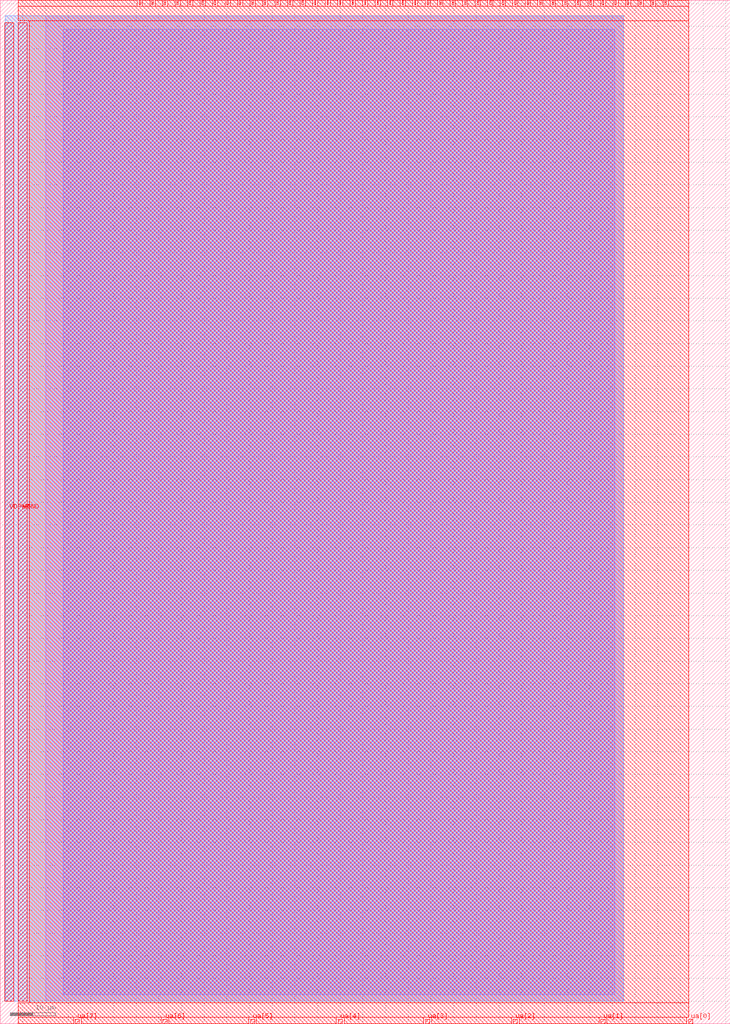
<source format=lef>
VERSION 5.7 ;
  NOWIREEXTENSIONATPIN ON ;
  DIVIDERCHAR "/" ;
  BUSBITCHARS "[]" ;
MACRO tt_um_analog_jesu95_opamp
  CLASS BLOCK ;
  FOREIGN tt_um_analog_jesu95_opamp ;
  ORIGIN 0.000 0.000 ;
  SIZE 161.000 BY 225.760 ;
  PIN clk
    DIRECTION INPUT ;
    USE SIGNAL ;
    ANTENNADIFFAREA 407.755798 ;
    PORT
      LAYER met4 ;
        RECT 143.830 224.760 144.130 225.760 ;
    END
  END clk
  PIN ena
    DIRECTION INPUT ;
    USE SIGNAL ;
    ANTENNADIFFAREA 407.755798 ;
    PORT
      LAYER met4 ;
        RECT 146.590 224.760 146.890 225.760 ;
    END
  END ena
  PIN rst_n
    DIRECTION INPUT ;
    USE SIGNAL ;
    ANTENNADIFFAREA 407.755798 ;
    PORT
      LAYER met4 ;
        RECT 141.070 224.760 141.370 225.760 ;
    END
  END rst_n
  PIN ua[0]
    DIRECTION INOUT ;
    USE SIGNAL ;
    ANTENNADIFFAREA 240.989990 ;
    PORT
      LAYER met4 ;
        RECT 151.810 0.000 152.710 1.000 ;
    END
  END ua[0]
  PIN ua[1]
    DIRECTION INOUT ;
    USE SIGNAL ;
    ANTENNAGATEAREA 1440.000000 ;
    PORT
      LAYER met4 ;
        RECT 132.490 0.000 133.390 1.000 ;
    END
  END ua[1]
  PIN ua[2]
    DIRECTION INOUT ;
    USE SIGNAL ;
    ANTENNAGATEAREA 1440.000000 ;
    PORT
      LAYER met4 ;
        RECT 113.170 0.000 114.070 1.000 ;
    END
  END ua[2]
  PIN ua[3]
    DIRECTION INOUT ;
    USE SIGNAL ;
    ANTENNAGATEAREA 340.199982 ;
    ANTENNADIFFAREA 10.440000 ;
    PORT
      LAYER met4 ;
        RECT 93.850 0.000 94.750 1.000 ;
    END
  END ua[3]
  PIN ua[4]
    DIRECTION INOUT ;
    USE SIGNAL ;
    PORT
      LAYER met4 ;
        RECT 74.530 0.000 75.430 1.000 ;
    END
  END ua[4]
  PIN ua[5]
    DIRECTION INOUT ;
    USE SIGNAL ;
    PORT
      LAYER met4 ;
        RECT 55.210 0.000 56.110 1.000 ;
    END
  END ua[5]
  PIN ua[6]
    DIRECTION INOUT ;
    USE SIGNAL ;
    PORT
      LAYER met4 ;
        RECT 35.890 0.000 36.790 1.000 ;
    END
  END ua[6]
  PIN ua[7]
    DIRECTION INOUT ;
    USE SIGNAL ;
    PORT
      LAYER met4 ;
        RECT 16.570 0.000 17.470 1.000 ;
    END
  END ua[7]
  PIN ui_in[0]
    DIRECTION INPUT ;
    USE SIGNAL ;
    ANTENNADIFFAREA 407.755798 ;
    PORT
      LAYER met4 ;
        RECT 138.310 224.760 138.610 225.760 ;
    END
  END ui_in[0]
  PIN ui_in[1]
    DIRECTION INPUT ;
    USE SIGNAL ;
    ANTENNADIFFAREA 407.755798 ;
    PORT
      LAYER met4 ;
        RECT 135.550 224.760 135.850 225.760 ;
    END
  END ui_in[1]
  PIN ui_in[2]
    DIRECTION INPUT ;
    USE SIGNAL ;
    ANTENNADIFFAREA 407.755798 ;
    PORT
      LAYER met4 ;
        RECT 132.790 224.760 133.090 225.760 ;
    END
  END ui_in[2]
  PIN ui_in[3]
    DIRECTION INPUT ;
    USE SIGNAL ;
    ANTENNADIFFAREA 407.755798 ;
    PORT
      LAYER met4 ;
        RECT 130.030 224.760 130.330 225.760 ;
    END
  END ui_in[3]
  PIN ui_in[4]
    DIRECTION INPUT ;
    USE SIGNAL ;
    ANTENNADIFFAREA 407.755798 ;
    PORT
      LAYER met4 ;
        RECT 127.270 224.760 127.570 225.760 ;
    END
  END ui_in[4]
  PIN ui_in[5]
    DIRECTION INPUT ;
    USE SIGNAL ;
    ANTENNADIFFAREA 407.755798 ;
    PORT
      LAYER met4 ;
        RECT 124.510 224.760 124.810 225.760 ;
    END
  END ui_in[5]
  PIN ui_in[6]
    DIRECTION INPUT ;
    USE SIGNAL ;
    ANTENNADIFFAREA 407.755798 ;
    PORT
      LAYER met4 ;
        RECT 121.750 224.760 122.050 225.760 ;
    END
  END ui_in[6]
  PIN ui_in[7]
    DIRECTION INPUT ;
    USE SIGNAL ;
    ANTENNADIFFAREA 407.755798 ;
    PORT
      LAYER met4 ;
        RECT 118.990 224.760 119.290 225.760 ;
    END
  END ui_in[7]
  PIN uio_in[0]
    DIRECTION INPUT ;
    USE SIGNAL ;
    ANTENNADIFFAREA 407.755798 ;
    PORT
      LAYER met4 ;
        RECT 116.230 224.760 116.530 225.760 ;
    END
  END uio_in[0]
  PIN uio_in[1]
    DIRECTION INPUT ;
    USE SIGNAL ;
    ANTENNADIFFAREA 407.755798 ;
    PORT
      LAYER met4 ;
        RECT 113.470 224.760 113.770 225.760 ;
    END
  END uio_in[1]
  PIN uio_in[2]
    DIRECTION INPUT ;
    USE SIGNAL ;
    ANTENNADIFFAREA 407.755798 ;
    PORT
      LAYER met4 ;
        RECT 110.710 224.760 111.010 225.760 ;
    END
  END uio_in[2]
  PIN uio_in[3]
    DIRECTION INPUT ;
    USE SIGNAL ;
    ANTENNADIFFAREA 407.755798 ;
    PORT
      LAYER met4 ;
        RECT 107.950 224.760 108.250 225.760 ;
    END
  END uio_in[3]
  PIN uio_in[4]
    DIRECTION INPUT ;
    USE SIGNAL ;
    ANTENNADIFFAREA 407.755798 ;
    PORT
      LAYER met4 ;
        RECT 105.190 224.760 105.490 225.760 ;
    END
  END uio_in[4]
  PIN uio_in[5]
    DIRECTION INPUT ;
    USE SIGNAL ;
    ANTENNADIFFAREA 407.755798 ;
    PORT
      LAYER met4 ;
        RECT 102.430 224.760 102.730 225.760 ;
    END
  END uio_in[5]
  PIN uio_in[6]
    DIRECTION INPUT ;
    USE SIGNAL ;
    ANTENNADIFFAREA 407.755798 ;
    PORT
      LAYER met4 ;
        RECT 99.670 224.760 99.970 225.760 ;
    END
  END uio_in[6]
  PIN uio_in[7]
    DIRECTION INPUT ;
    USE SIGNAL ;
    ANTENNADIFFAREA 407.755798 ;
    PORT
      LAYER met4 ;
        RECT 96.910 224.760 97.210 225.760 ;
    END
  END uio_in[7]
  PIN uio_oe[0]
    DIRECTION OUTPUT TRISTATE ;
    USE SIGNAL ;
    ANTENNADIFFAREA 407.755798 ;
    PORT
      LAYER met4 ;
        RECT 49.990 224.760 50.290 225.760 ;
    END
  END uio_oe[0]
  PIN uio_oe[1]
    DIRECTION OUTPUT TRISTATE ;
    USE SIGNAL ;
    ANTENNADIFFAREA 407.755798 ;
    PORT
      LAYER met4 ;
        RECT 47.230 224.760 47.530 225.760 ;
    END
  END uio_oe[1]
  PIN uio_oe[2]
    DIRECTION OUTPUT TRISTATE ;
    USE SIGNAL ;
    ANTENNADIFFAREA 407.755798 ;
    PORT
      LAYER met4 ;
        RECT 44.470 224.760 44.770 225.760 ;
    END
  END uio_oe[2]
  PIN uio_oe[3]
    DIRECTION OUTPUT TRISTATE ;
    USE SIGNAL ;
    ANTENNADIFFAREA 407.755798 ;
    PORT
      LAYER met4 ;
        RECT 41.710 224.760 42.010 225.760 ;
    END
  END uio_oe[3]
  PIN uio_oe[4]
    DIRECTION OUTPUT TRISTATE ;
    USE SIGNAL ;
    ANTENNADIFFAREA 407.755798 ;
    PORT
      LAYER met4 ;
        RECT 38.950 224.760 39.250 225.760 ;
    END
  END uio_oe[4]
  PIN uio_oe[5]
    DIRECTION OUTPUT TRISTATE ;
    USE SIGNAL ;
    ANTENNADIFFAREA 407.755798 ;
    PORT
      LAYER met4 ;
        RECT 36.190 224.760 36.490 225.760 ;
    END
  END uio_oe[5]
  PIN uio_oe[6]
    DIRECTION OUTPUT TRISTATE ;
    USE SIGNAL ;
    ANTENNADIFFAREA 407.755798 ;
    PORT
      LAYER met4 ;
        RECT 33.430 224.760 33.730 225.760 ;
    END
  END uio_oe[6]
  PIN uio_oe[7]
    DIRECTION OUTPUT TRISTATE ;
    USE SIGNAL ;
    ANTENNADIFFAREA 407.755798 ;
    PORT
      LAYER met4 ;
        RECT 30.670 224.760 30.970 225.760 ;
    END
  END uio_oe[7]
  PIN uio_out[0]
    DIRECTION OUTPUT TRISTATE ;
    USE SIGNAL ;
    ANTENNADIFFAREA 407.755798 ;
    PORT
      LAYER met4 ;
        RECT 72.070 224.760 72.370 225.760 ;
    END
  END uio_out[0]
  PIN uio_out[1]
    DIRECTION OUTPUT TRISTATE ;
    USE SIGNAL ;
    ANTENNADIFFAREA 407.755798 ;
    PORT
      LAYER met4 ;
        RECT 69.310 224.760 69.610 225.760 ;
    END
  END uio_out[1]
  PIN uio_out[2]
    DIRECTION OUTPUT TRISTATE ;
    USE SIGNAL ;
    ANTENNADIFFAREA 407.755798 ;
    PORT
      LAYER met4 ;
        RECT 66.550 224.760 66.850 225.760 ;
    END
  END uio_out[2]
  PIN uio_out[3]
    DIRECTION OUTPUT TRISTATE ;
    USE SIGNAL ;
    ANTENNADIFFAREA 407.755798 ;
    PORT
      LAYER met4 ;
        RECT 63.790 224.760 64.090 225.760 ;
    END
  END uio_out[3]
  PIN uio_out[4]
    DIRECTION OUTPUT TRISTATE ;
    USE SIGNAL ;
    ANTENNADIFFAREA 407.755798 ;
    PORT
      LAYER met4 ;
        RECT 61.030 224.760 61.330 225.760 ;
    END
  END uio_out[4]
  PIN uio_out[5]
    DIRECTION OUTPUT TRISTATE ;
    USE SIGNAL ;
    ANTENNADIFFAREA 407.755798 ;
    PORT
      LAYER met4 ;
        RECT 58.270 224.760 58.570 225.760 ;
    END
  END uio_out[5]
  PIN uio_out[6]
    DIRECTION OUTPUT TRISTATE ;
    USE SIGNAL ;
    ANTENNADIFFAREA 407.755798 ;
    PORT
      LAYER met4 ;
        RECT 55.510 224.760 55.810 225.760 ;
    END
  END uio_out[6]
  PIN uio_out[7]
    DIRECTION OUTPUT TRISTATE ;
    USE SIGNAL ;
    ANTENNADIFFAREA 407.755798 ;
    PORT
      LAYER met4 ;
        RECT 52.750 224.760 53.050 225.760 ;
    END
  END uio_out[7]
  PIN uo_out[0]
    DIRECTION OUTPUT TRISTATE ;
    USE SIGNAL ;
    ANTENNADIFFAREA 407.755798 ;
    PORT
      LAYER met4 ;
        RECT 94.150 224.760 94.450 225.760 ;
    END
  END uo_out[0]
  PIN uo_out[1]
    DIRECTION OUTPUT TRISTATE ;
    USE SIGNAL ;
    ANTENNADIFFAREA 407.755798 ;
    PORT
      LAYER met4 ;
        RECT 91.390 224.760 91.690 225.760 ;
    END
  END uo_out[1]
  PIN uo_out[2]
    DIRECTION OUTPUT TRISTATE ;
    USE SIGNAL ;
    ANTENNADIFFAREA 407.755798 ;
    PORT
      LAYER met4 ;
        RECT 88.630 224.760 88.930 225.760 ;
    END
  END uo_out[2]
  PIN uo_out[3]
    DIRECTION OUTPUT TRISTATE ;
    USE SIGNAL ;
    ANTENNADIFFAREA 407.755798 ;
    PORT
      LAYER met4 ;
        RECT 85.870 224.760 86.170 225.760 ;
    END
  END uo_out[3]
  PIN uo_out[4]
    DIRECTION OUTPUT TRISTATE ;
    USE SIGNAL ;
    ANTENNADIFFAREA 407.755798 ;
    PORT
      LAYER met4 ;
        RECT 83.110 224.760 83.410 225.760 ;
    END
  END uo_out[4]
  PIN uo_out[5]
    DIRECTION OUTPUT TRISTATE ;
    USE SIGNAL ;
    ANTENNADIFFAREA 407.755798 ;
    PORT
      LAYER met4 ;
        RECT 80.350 224.760 80.650 225.760 ;
    END
  END uo_out[5]
  PIN uo_out[6]
    DIRECTION OUTPUT TRISTATE ;
    USE SIGNAL ;
    ANTENNADIFFAREA 407.755798 ;
    PORT
      LAYER met4 ;
        RECT 77.590 224.760 77.890 225.760 ;
    END
  END uo_out[6]
  PIN uo_out[7]
    DIRECTION OUTPUT TRISTATE ;
    USE SIGNAL ;
    ANTENNADIFFAREA 407.755798 ;
    PORT
      LAYER met4 ;
        RECT 74.830 224.760 75.130 225.760 ;
    END
  END uo_out[7]
  PIN VDPWR
    DIRECTION INOUT ;
    USE POWER ;
    PORT
      LAYER met4 ;
        RECT 1.000 5.000 3.000 220.760 ;
    END
  END VDPWR
  PIN VGND
    DIRECTION INOUT ;
    USE GROUND ;
    PORT
      LAYER met4 ;
        RECT 4.000 5.000 6.000 220.760 ;
    END
  END VGND
  OBS
      LAYER li1 ;
        RECT 9.980 5.000 137.460 222.270 ;
      LAYER met1 ;
        RECT 13.870 6.400 135.490 219.330 ;
      LAYER met2 ;
        RECT 1.100 5.000 137.460 222.270 ;
      LAYER met3 ;
        RECT 1.050 4.990 137.490 222.270 ;
      LAYER met4 ;
        RECT 4.000 224.360 30.270 225.760 ;
        RECT 31.370 224.360 33.030 225.760 ;
        RECT 34.130 224.360 35.790 225.760 ;
        RECT 36.890 224.360 38.550 225.760 ;
        RECT 39.650 224.360 41.310 225.760 ;
        RECT 42.410 224.360 44.070 225.760 ;
        RECT 45.170 224.360 46.830 225.760 ;
        RECT 47.930 224.360 49.590 225.760 ;
        RECT 50.690 224.360 52.350 225.760 ;
        RECT 53.450 224.360 55.110 225.760 ;
        RECT 56.210 224.360 57.870 225.760 ;
        RECT 58.970 224.360 60.630 225.760 ;
        RECT 61.730 224.360 63.390 225.760 ;
        RECT 64.490 224.360 66.150 225.760 ;
        RECT 67.250 224.360 68.910 225.760 ;
        RECT 70.010 224.360 71.670 225.760 ;
        RECT 72.770 224.360 74.430 225.760 ;
        RECT 75.530 224.360 77.190 225.760 ;
        RECT 78.290 224.360 79.950 225.760 ;
        RECT 81.050 224.360 82.710 225.760 ;
        RECT 83.810 224.360 85.470 225.760 ;
        RECT 86.570 224.360 88.230 225.760 ;
        RECT 89.330 224.360 90.990 225.760 ;
        RECT 92.090 224.360 93.750 225.760 ;
        RECT 94.850 224.360 96.510 225.760 ;
        RECT 97.610 224.360 99.270 225.760 ;
        RECT 100.370 224.360 102.030 225.760 ;
        RECT 103.130 224.360 104.790 225.760 ;
        RECT 105.890 224.360 107.550 225.760 ;
        RECT 108.650 224.360 110.310 225.760 ;
        RECT 111.410 224.360 113.070 225.760 ;
        RECT 114.170 224.360 115.830 225.760 ;
        RECT 116.930 224.360 118.590 225.760 ;
        RECT 119.690 224.360 121.350 225.760 ;
        RECT 122.450 224.360 124.110 225.760 ;
        RECT 125.210 224.360 126.870 225.760 ;
        RECT 127.970 224.360 129.630 225.760 ;
        RECT 130.730 224.360 132.390 225.760 ;
        RECT 133.490 224.360 135.150 225.760 ;
        RECT 136.250 224.360 137.910 225.760 ;
        RECT 139.010 224.360 140.670 225.760 ;
        RECT 141.770 224.360 143.430 225.760 ;
        RECT 144.530 224.360 146.190 225.760 ;
        RECT 147.290 224.360 151.810 225.760 ;
        RECT 4.000 221.160 151.810 224.360 ;
        RECT 6.400 4.600 151.810 221.160 ;
        RECT 4.000 1.400 151.810 4.600 ;
        RECT 4.000 0.000 16.170 1.400 ;
        RECT 17.870 0.000 35.490 1.400 ;
        RECT 37.190 0.000 54.810 1.400 ;
        RECT 56.510 0.000 74.130 1.400 ;
        RECT 75.830 0.000 93.450 1.400 ;
        RECT 95.150 0.000 112.770 1.400 ;
        RECT 114.470 0.000 132.090 1.400 ;
        RECT 133.790 0.000 151.410 1.400 ;
  END
END tt_um_analog_jesu95_opamp
END LIBRARY


</source>
